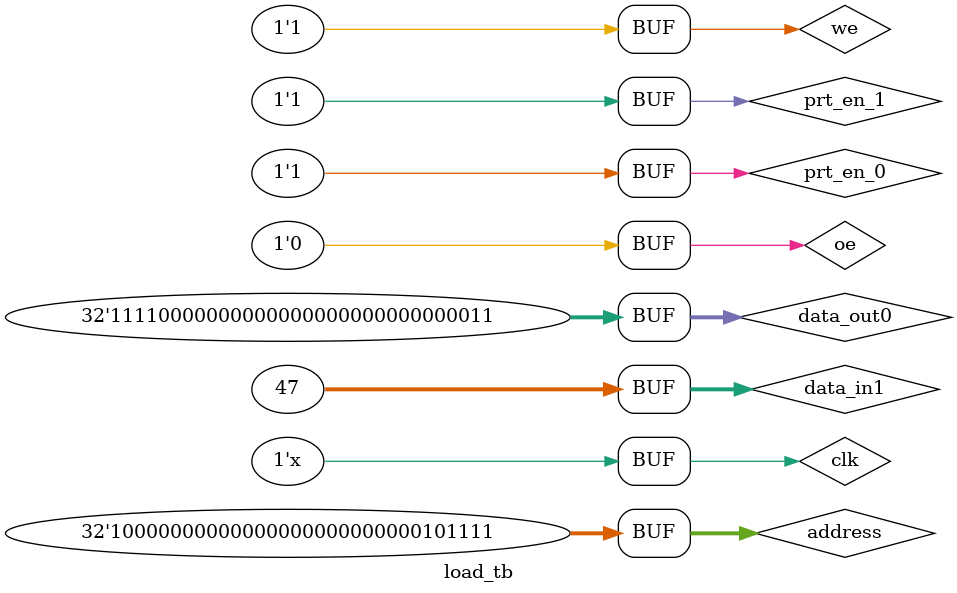
<source format=v>
`timescale 1ns / 1ps




module ram(
    we,
    oe,
    clk,
    prt_en_1,
    prt_en_0,
    data_in1,
    address,
    //data_out0,
    );
    input we;
    input oe;
    input clk;
    input prt_en_1;
    input prt_en_0;
    input [31:0] data_in1;
    input [31:0] address;
    reg [31:0] data_out0;
    
   
   
 parameter RAM_DEPTH = 1 << 8;
 
 
 //reg [31:0] data_out;
 reg [31:0] mem [RAM_DEPTH-1:0];
 
 //write is enabled
 always @ (posedge clk)
 begin : MEM_WRITE
    if (prt_en_1==1 && we==1) 
        mem[address] <= data_in1;
 end

//buffer state
 //assign data = (oe &&  ! we) ? data_out : 8'bz; 
 
 
 //read
 always @ (posedge clk)
 begin : MEM_READ
    if ( prt_en_0==1 && oe==1) 
        begin
        data_out0 <= mem[address]; 
        end 
    else 
        data_out0 <= 32'b1;  
 end 
 
 
 
 endmodule
 
 module load_tb;
    reg we;
    reg oe;
    reg clk;
    reg prt_en_1;
    reg prt_en_0;
    reg [31:0]data_in1;
    reg [31:0] address;
    reg [31:0] data_out0;
    
    integer i;
    
  ram load_inst(
        we,
        oe,
        clk,
        prt_en_1,
        prt_en_0,
        data_in1,
        address,
        //data_out0
    );
  always
        #5 clk = ~clk;
       
 initial
 begin
    clk=1;
    we=0;
    oe=0;
    prt_en_0 = 0;
    prt_en_1 = 0;
    data_in1=32'b00000000000000000000000000000000;
    address=32'b00000000000000000000000000000000;
    #10
    //read
    we=0;
    oe=1;
    prt_en_0 = 1;
    data_out0=32'b11110000000000000000000000000011;
    address=32'b00000000000000000000000000000011;
 
    #10
    we=1;
    oe=0;
    //write
    prt_en_1 = 1;
    data_in1=32'b00000000000000000000000000101111;
    address=32'b10000000000000000000000000101111;
    
    //test
    
    
   end
endmodule
 
 
 
      
    


 


</source>
